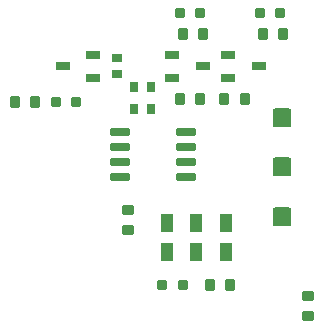
<source format=gtp>
G04 Layer_Color=8421504*
%FSLAX25Y25*%
%MOIN*%
G70*
G01*
G75*
%ADD10R,0.03937X0.06299*%
%ADD11R,0.05000X0.02500*%
G04:AMPARAMS|DCode=12|XSize=39.37mil|YSize=35.43mil|CornerRadius=4.43mil|HoleSize=0mil|Usage=FLASHONLY|Rotation=90.000|XOffset=0mil|YOffset=0mil|HoleType=Round|Shape=RoundedRectangle|*
%AMROUNDEDRECTD12*
21,1,0.03937,0.02657,0,0,90.0*
21,1,0.03051,0.03543,0,0,90.0*
1,1,0.00886,0.01329,0.01526*
1,1,0.00886,0.01329,-0.01526*
1,1,0.00886,-0.01329,-0.01526*
1,1,0.00886,-0.01329,0.01526*
%
%ADD12ROUNDEDRECTD12*%
G04:AMPARAMS|DCode=13|XSize=31.5mil|YSize=31.5mil|CornerRadius=3.94mil|HoleSize=0mil|Usage=FLASHONLY|Rotation=180.000|XOffset=0mil|YOffset=0mil|HoleType=Round|Shape=RoundedRectangle|*
%AMROUNDEDRECTD13*
21,1,0.03150,0.02362,0,0,180.0*
21,1,0.02362,0.03150,0,0,180.0*
1,1,0.00787,-0.01181,0.01181*
1,1,0.00787,0.01181,0.01181*
1,1,0.00787,0.01181,-0.01181*
1,1,0.00787,-0.01181,-0.01181*
%
%ADD13ROUNDEDRECTD13*%
G04:AMPARAMS|DCode=14|XSize=39.37mil|YSize=35.43mil|CornerRadius=4.43mil|HoleSize=0mil|Usage=FLASHONLY|Rotation=0.000|XOffset=0mil|YOffset=0mil|HoleType=Round|Shape=RoundedRectangle|*
%AMROUNDEDRECTD14*
21,1,0.03937,0.02657,0,0,0.0*
21,1,0.03051,0.03543,0,0,0.0*
1,1,0.00886,0.01526,-0.01329*
1,1,0.00886,-0.01526,-0.01329*
1,1,0.00886,-0.01526,0.01329*
1,1,0.00886,0.01526,0.01329*
%
%ADD14ROUNDEDRECTD14*%
%ADD15R,0.04724X0.02559*%
%ADD16R,0.02953X0.03740*%
%ADD17R,0.03740X0.02953*%
G04:AMPARAMS|DCode=18|XSize=25.59mil|YSize=64.96mil|CornerRadius=1.92mil|HoleSize=0mil|Usage=FLASHONLY|Rotation=90.000|XOffset=0mil|YOffset=0mil|HoleType=Round|Shape=RoundedRectangle|*
%AMROUNDEDRECTD18*
21,1,0.02559,0.06112,0,0,90.0*
21,1,0.02175,0.06496,0,0,90.0*
1,1,0.00384,0.03056,0.01088*
1,1,0.00384,0.03056,-0.01088*
1,1,0.00384,-0.03056,-0.01088*
1,1,0.00384,-0.03056,0.01088*
%
%ADD18ROUNDEDRECTD18*%
%ADD61R,0.06299X0.06299*%
D10*
X592520Y144488D02*
D03*
X602362D02*
D03*
X612205D02*
D03*
Y135039D02*
D03*
X602362D02*
D03*
X592520D02*
D03*
D11*
X631000Y162012D02*
D03*
Y165255D02*
D03*
Y178512D02*
D03*
Y181755D02*
D03*
Y145257D02*
D03*
Y148500D02*
D03*
D12*
X606890Y124016D02*
D03*
X613583D02*
D03*
X611811Y186024D02*
D03*
X618504D02*
D03*
X597047D02*
D03*
X603740D02*
D03*
X624606Y207677D02*
D03*
X631299D02*
D03*
X598032D02*
D03*
X604724D02*
D03*
X548622Y185039D02*
D03*
X541929D02*
D03*
D13*
X591142Y124016D02*
D03*
X597835D02*
D03*
X623622Y214567D02*
D03*
X630315D02*
D03*
X603740D02*
D03*
X597047D02*
D03*
X562402Y185039D02*
D03*
X555709D02*
D03*
D14*
X579724Y149016D02*
D03*
Y142323D02*
D03*
X639500Y113654D02*
D03*
Y120346D02*
D03*
D15*
X568110Y193110D02*
D03*
Y200590D02*
D03*
X557874Y196850D02*
D03*
X612992Y200591D02*
D03*
Y193110D02*
D03*
X623228Y196850D02*
D03*
X594291Y200591D02*
D03*
Y193110D02*
D03*
X604528Y196850D02*
D03*
D16*
X581744Y190000D02*
D03*
X587256D02*
D03*
X581744Y182500D02*
D03*
X587256D02*
D03*
D17*
X576000Y194244D02*
D03*
Y199756D02*
D03*
D18*
X599122Y160000D02*
D03*
Y165000D02*
D03*
Y170000D02*
D03*
Y175000D02*
D03*
X576878Y160000D02*
D03*
Y165000D02*
D03*
Y170000D02*
D03*
Y175000D02*
D03*
D61*
X631000Y163240D02*
D03*
X631000Y179740D02*
D03*
X631000Y146485D02*
D03*
M02*

</source>
